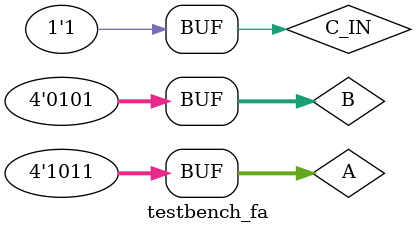
<source format=v>
`timescale 1ns / 1ps

//testbench module for the 4bit full adder
module testbench_fa;
reg [3:0] A,B;  //4bit registers for the 4bit inputs A & B
reg C_IN;       //1bit register for C_IN
wire [3:0] SUM; //4bit output SUM
wire C_OUT;     //1bit output C_OUT
fulladder_4bit FA_4 (SUM, C_OUT, A, B, C_IN);
initial 
    begin
        //6 testcases with a interval of 100ps
        A = 4'd0; B = 4'd0; C_IN = 1'd0;
        #0.1
        A = 4'd3; B = 4'd4;
        #0.1
        A = 4'd2; B = 4'd5;
        #0.1
        A = 4'd9; B = 4'd9;
        #0.1
        A = 4'd10; B = 4'd15;
        #0.1
        A = 4'd11; B = 4'd5; C_IN = 1'd1;
    end
endmodule

</source>
